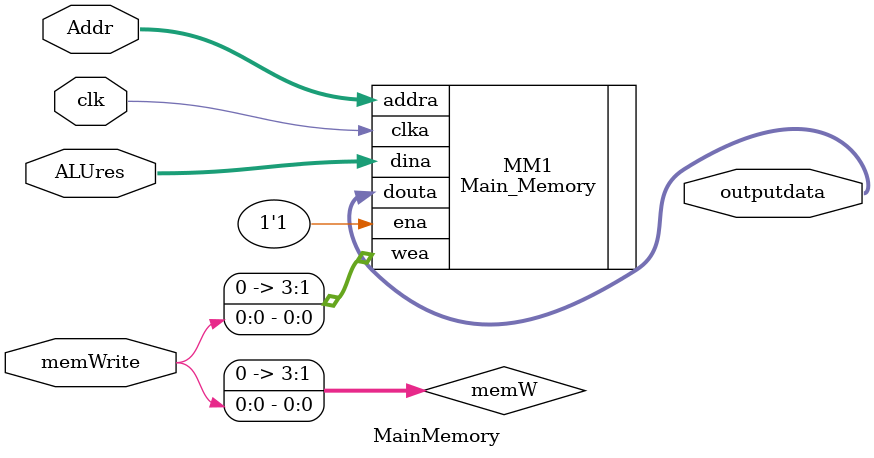
<source format=v>
`timescale 1ns / 1ps
module MainMemory(
	input clk,
	input memWrite,
	input [31:0] ALUres, 		// data
	input [31:0] Addr ,   		// write address
	output [31:0] outputdata
    );
	 
		wire [3:0] memW;
		assign memW = {{3'b0}, memWrite};
		Main_Memory MM1 (
		  .clka(clk), // input clka
		  .ena(1'b1), // input ena
		  .wea(memW), // input [3 : 0] wea
		  .addra(Addr), // input [31 : 0] addra
		  .dina(ALUres), // input [31 : 0] dina
		  .douta(outputdata) // output [31 : 0] douta
		);


endmodule

</source>
